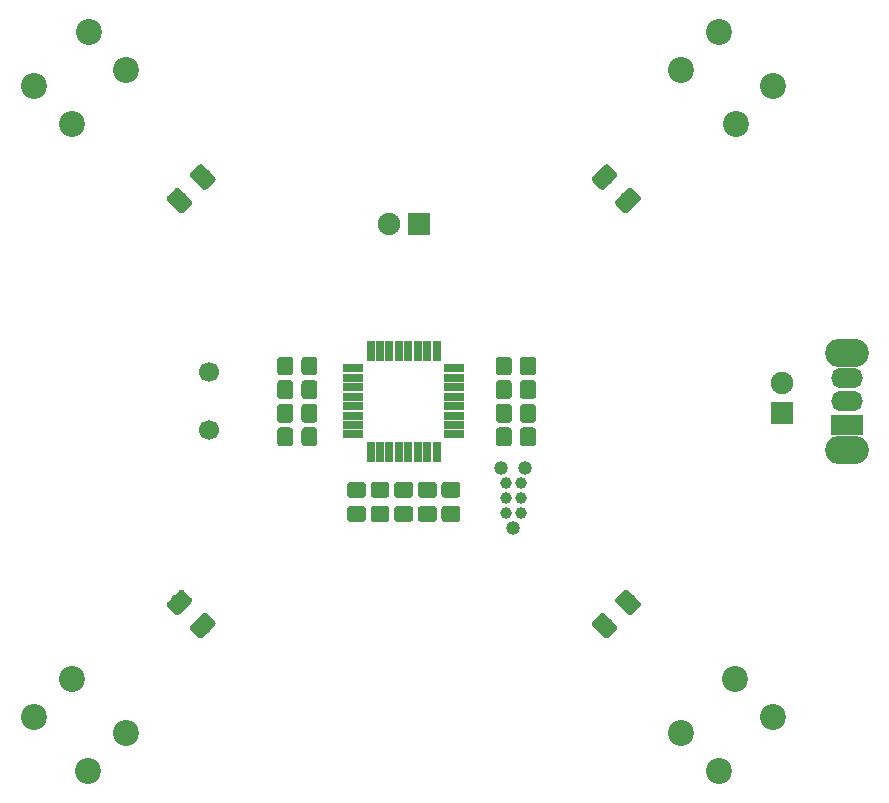
<source format=gbr>
G04 #@! TF.GenerationSoftware,KiCad,Pcbnew,(5.1.4)-1*
G04 #@! TF.CreationDate,2019-10-23T12:43:35-04:00*
G04 #@! TF.ProjectId,RepeatGame,52657065-6174-4476-916d-652e6b696361,A*
G04 #@! TF.SameCoordinates,Original*
G04 #@! TF.FileFunction,Soldermask,Top*
G04 #@! TF.FilePolarity,Negative*
%FSLAX46Y46*%
G04 Gerber Fmt 4.6, Leading zero omitted, Abs format (unit mm)*
G04 Created by KiCad (PCBNEW (5.1.4)-1) date 2019-10-23 12:43:35*
%MOMM*%
%LPD*%
G04 APERTURE LIST*
%ADD10O,3.700000X2.400000*%
%ADD11O,2.700000X1.700000*%
%ADD12R,2.700000X1.700000*%
%ADD13C,2.200000*%
%ADD14C,0.100000*%
%ADD15C,1.350000*%
%ADD16C,0.987400*%
%ADD17C,1.190600*%
%ADD18O,1.900000X1.900000*%
%ADD19R,1.900000X1.900000*%
%ADD20C,1.450000*%
%ADD21C,1.700000*%
%ADD22R,0.750000X1.800000*%
%ADD23R,1.800000X0.750000*%
G04 APERTURE END LIST*
D10*
X172500000Y-65900000D03*
X172500000Y-74100000D03*
D11*
X172500000Y-68000000D03*
X172500000Y-70000000D03*
D12*
X172500000Y-72000000D03*
D13*
X111496194Y-98096194D03*
X108314214Y-101278175D03*
X106900000Y-93500000D03*
X103718019Y-96681981D03*
X106903806Y-46496194D03*
X103721825Y-43314214D03*
X111500000Y-41900000D03*
X108318019Y-38718019D03*
X158503806Y-41903806D03*
X161685786Y-38721825D03*
X163100000Y-46500000D03*
X166281981Y-43318019D03*
X163096194Y-93503806D03*
X166278175Y-96685786D03*
X158500000Y-98100000D03*
X161681981Y-101281981D03*
D14*
G36*
X139535289Y-78851413D02*
G01*
X139563778Y-78855639D01*
X139591715Y-78862637D01*
X139618832Y-78872340D01*
X139644867Y-78884653D01*
X139669570Y-78899460D01*
X139692703Y-78916616D01*
X139714043Y-78935957D01*
X139733384Y-78957297D01*
X139750540Y-78980430D01*
X139765347Y-79005133D01*
X139777660Y-79031168D01*
X139787363Y-79058285D01*
X139794361Y-79086222D01*
X139798587Y-79114711D01*
X139800000Y-79143477D01*
X139800000Y-79906523D01*
X139798587Y-79935289D01*
X139794361Y-79963778D01*
X139787363Y-79991715D01*
X139777660Y-80018832D01*
X139765347Y-80044867D01*
X139750540Y-80069570D01*
X139733384Y-80092703D01*
X139714043Y-80114043D01*
X139692703Y-80133384D01*
X139669570Y-80150540D01*
X139644867Y-80165347D01*
X139618832Y-80177660D01*
X139591715Y-80187363D01*
X139563778Y-80194361D01*
X139535289Y-80198587D01*
X139506523Y-80200000D01*
X138493477Y-80200000D01*
X138464711Y-80198587D01*
X138436222Y-80194361D01*
X138408285Y-80187363D01*
X138381168Y-80177660D01*
X138355133Y-80165347D01*
X138330430Y-80150540D01*
X138307297Y-80133384D01*
X138285957Y-80114043D01*
X138266616Y-80092703D01*
X138249460Y-80069570D01*
X138234653Y-80044867D01*
X138222340Y-80018832D01*
X138212637Y-79991715D01*
X138205639Y-79963778D01*
X138201413Y-79935289D01*
X138200000Y-79906523D01*
X138200000Y-79143477D01*
X138201413Y-79114711D01*
X138205639Y-79086222D01*
X138212637Y-79058285D01*
X138222340Y-79031168D01*
X138234653Y-79005133D01*
X138249460Y-78980430D01*
X138266616Y-78957297D01*
X138285957Y-78935957D01*
X138307297Y-78916616D01*
X138330430Y-78899460D01*
X138355133Y-78884653D01*
X138381168Y-78872340D01*
X138408285Y-78862637D01*
X138436222Y-78855639D01*
X138464711Y-78851413D01*
X138493477Y-78850000D01*
X139506523Y-78850000D01*
X139535289Y-78851413D01*
X139535289Y-78851413D01*
G37*
D15*
X139000000Y-79525000D03*
D14*
G36*
X139535289Y-76801413D02*
G01*
X139563778Y-76805639D01*
X139591715Y-76812637D01*
X139618832Y-76822340D01*
X139644867Y-76834653D01*
X139669570Y-76849460D01*
X139692703Y-76866616D01*
X139714043Y-76885957D01*
X139733384Y-76907297D01*
X139750540Y-76930430D01*
X139765347Y-76955133D01*
X139777660Y-76981168D01*
X139787363Y-77008285D01*
X139794361Y-77036222D01*
X139798587Y-77064711D01*
X139800000Y-77093477D01*
X139800000Y-77856523D01*
X139798587Y-77885289D01*
X139794361Y-77913778D01*
X139787363Y-77941715D01*
X139777660Y-77968832D01*
X139765347Y-77994867D01*
X139750540Y-78019570D01*
X139733384Y-78042703D01*
X139714043Y-78064043D01*
X139692703Y-78083384D01*
X139669570Y-78100540D01*
X139644867Y-78115347D01*
X139618832Y-78127660D01*
X139591715Y-78137363D01*
X139563778Y-78144361D01*
X139535289Y-78148587D01*
X139506523Y-78150000D01*
X138493477Y-78150000D01*
X138464711Y-78148587D01*
X138436222Y-78144361D01*
X138408285Y-78137363D01*
X138381168Y-78127660D01*
X138355133Y-78115347D01*
X138330430Y-78100540D01*
X138307297Y-78083384D01*
X138285957Y-78064043D01*
X138266616Y-78042703D01*
X138249460Y-78019570D01*
X138234653Y-77994867D01*
X138222340Y-77968832D01*
X138212637Y-77941715D01*
X138205639Y-77913778D01*
X138201413Y-77885289D01*
X138200000Y-77856523D01*
X138200000Y-77093477D01*
X138201413Y-77064711D01*
X138205639Y-77036222D01*
X138212637Y-77008285D01*
X138222340Y-76981168D01*
X138234653Y-76955133D01*
X138249460Y-76930430D01*
X138266616Y-76907297D01*
X138285957Y-76885957D01*
X138307297Y-76866616D01*
X138330430Y-76849460D01*
X138355133Y-76834653D01*
X138381168Y-76822340D01*
X138408285Y-76812637D01*
X138436222Y-76805639D01*
X138464711Y-76801413D01*
X138493477Y-76800000D01*
X139506523Y-76800000D01*
X139535289Y-76801413D01*
X139535289Y-76801413D01*
G37*
D15*
X139000000Y-77475000D03*
D14*
G36*
X137535289Y-78851413D02*
G01*
X137563778Y-78855639D01*
X137591715Y-78862637D01*
X137618832Y-78872340D01*
X137644867Y-78884653D01*
X137669570Y-78899460D01*
X137692703Y-78916616D01*
X137714043Y-78935957D01*
X137733384Y-78957297D01*
X137750540Y-78980430D01*
X137765347Y-79005133D01*
X137777660Y-79031168D01*
X137787363Y-79058285D01*
X137794361Y-79086222D01*
X137798587Y-79114711D01*
X137800000Y-79143477D01*
X137800000Y-79906523D01*
X137798587Y-79935289D01*
X137794361Y-79963778D01*
X137787363Y-79991715D01*
X137777660Y-80018832D01*
X137765347Y-80044867D01*
X137750540Y-80069570D01*
X137733384Y-80092703D01*
X137714043Y-80114043D01*
X137692703Y-80133384D01*
X137669570Y-80150540D01*
X137644867Y-80165347D01*
X137618832Y-80177660D01*
X137591715Y-80187363D01*
X137563778Y-80194361D01*
X137535289Y-80198587D01*
X137506523Y-80200000D01*
X136493477Y-80200000D01*
X136464711Y-80198587D01*
X136436222Y-80194361D01*
X136408285Y-80187363D01*
X136381168Y-80177660D01*
X136355133Y-80165347D01*
X136330430Y-80150540D01*
X136307297Y-80133384D01*
X136285957Y-80114043D01*
X136266616Y-80092703D01*
X136249460Y-80069570D01*
X136234653Y-80044867D01*
X136222340Y-80018832D01*
X136212637Y-79991715D01*
X136205639Y-79963778D01*
X136201413Y-79935289D01*
X136200000Y-79906523D01*
X136200000Y-79143477D01*
X136201413Y-79114711D01*
X136205639Y-79086222D01*
X136212637Y-79058285D01*
X136222340Y-79031168D01*
X136234653Y-79005133D01*
X136249460Y-78980430D01*
X136266616Y-78957297D01*
X136285957Y-78935957D01*
X136307297Y-78916616D01*
X136330430Y-78899460D01*
X136355133Y-78884653D01*
X136381168Y-78872340D01*
X136408285Y-78862637D01*
X136436222Y-78855639D01*
X136464711Y-78851413D01*
X136493477Y-78850000D01*
X137506523Y-78850000D01*
X137535289Y-78851413D01*
X137535289Y-78851413D01*
G37*
D15*
X137000000Y-79525000D03*
D14*
G36*
X137535289Y-76801413D02*
G01*
X137563778Y-76805639D01*
X137591715Y-76812637D01*
X137618832Y-76822340D01*
X137644867Y-76834653D01*
X137669570Y-76849460D01*
X137692703Y-76866616D01*
X137714043Y-76885957D01*
X137733384Y-76907297D01*
X137750540Y-76930430D01*
X137765347Y-76955133D01*
X137777660Y-76981168D01*
X137787363Y-77008285D01*
X137794361Y-77036222D01*
X137798587Y-77064711D01*
X137800000Y-77093477D01*
X137800000Y-77856523D01*
X137798587Y-77885289D01*
X137794361Y-77913778D01*
X137787363Y-77941715D01*
X137777660Y-77968832D01*
X137765347Y-77994867D01*
X137750540Y-78019570D01*
X137733384Y-78042703D01*
X137714043Y-78064043D01*
X137692703Y-78083384D01*
X137669570Y-78100540D01*
X137644867Y-78115347D01*
X137618832Y-78127660D01*
X137591715Y-78137363D01*
X137563778Y-78144361D01*
X137535289Y-78148587D01*
X137506523Y-78150000D01*
X136493477Y-78150000D01*
X136464711Y-78148587D01*
X136436222Y-78144361D01*
X136408285Y-78137363D01*
X136381168Y-78127660D01*
X136355133Y-78115347D01*
X136330430Y-78100540D01*
X136307297Y-78083384D01*
X136285957Y-78064043D01*
X136266616Y-78042703D01*
X136249460Y-78019570D01*
X136234653Y-77994867D01*
X136222340Y-77968832D01*
X136212637Y-77941715D01*
X136205639Y-77913778D01*
X136201413Y-77885289D01*
X136200000Y-77856523D01*
X136200000Y-77093477D01*
X136201413Y-77064711D01*
X136205639Y-77036222D01*
X136212637Y-77008285D01*
X136222340Y-76981168D01*
X136234653Y-76955133D01*
X136249460Y-76930430D01*
X136266616Y-76907297D01*
X136285957Y-76885957D01*
X136307297Y-76866616D01*
X136330430Y-76849460D01*
X136355133Y-76834653D01*
X136381168Y-76822340D01*
X136408285Y-76812637D01*
X136436222Y-76805639D01*
X136464711Y-76801413D01*
X136493477Y-76800000D01*
X137506523Y-76800000D01*
X137535289Y-76801413D01*
X137535289Y-76801413D01*
G37*
D15*
X137000000Y-77475000D03*
D14*
G36*
X135535289Y-78851413D02*
G01*
X135563778Y-78855639D01*
X135591715Y-78862637D01*
X135618832Y-78872340D01*
X135644867Y-78884653D01*
X135669570Y-78899460D01*
X135692703Y-78916616D01*
X135714043Y-78935957D01*
X135733384Y-78957297D01*
X135750540Y-78980430D01*
X135765347Y-79005133D01*
X135777660Y-79031168D01*
X135787363Y-79058285D01*
X135794361Y-79086222D01*
X135798587Y-79114711D01*
X135800000Y-79143477D01*
X135800000Y-79906523D01*
X135798587Y-79935289D01*
X135794361Y-79963778D01*
X135787363Y-79991715D01*
X135777660Y-80018832D01*
X135765347Y-80044867D01*
X135750540Y-80069570D01*
X135733384Y-80092703D01*
X135714043Y-80114043D01*
X135692703Y-80133384D01*
X135669570Y-80150540D01*
X135644867Y-80165347D01*
X135618832Y-80177660D01*
X135591715Y-80187363D01*
X135563778Y-80194361D01*
X135535289Y-80198587D01*
X135506523Y-80200000D01*
X134493477Y-80200000D01*
X134464711Y-80198587D01*
X134436222Y-80194361D01*
X134408285Y-80187363D01*
X134381168Y-80177660D01*
X134355133Y-80165347D01*
X134330430Y-80150540D01*
X134307297Y-80133384D01*
X134285957Y-80114043D01*
X134266616Y-80092703D01*
X134249460Y-80069570D01*
X134234653Y-80044867D01*
X134222340Y-80018832D01*
X134212637Y-79991715D01*
X134205639Y-79963778D01*
X134201413Y-79935289D01*
X134200000Y-79906523D01*
X134200000Y-79143477D01*
X134201413Y-79114711D01*
X134205639Y-79086222D01*
X134212637Y-79058285D01*
X134222340Y-79031168D01*
X134234653Y-79005133D01*
X134249460Y-78980430D01*
X134266616Y-78957297D01*
X134285957Y-78935957D01*
X134307297Y-78916616D01*
X134330430Y-78899460D01*
X134355133Y-78884653D01*
X134381168Y-78872340D01*
X134408285Y-78862637D01*
X134436222Y-78855639D01*
X134464711Y-78851413D01*
X134493477Y-78850000D01*
X135506523Y-78850000D01*
X135535289Y-78851413D01*
X135535289Y-78851413D01*
G37*
D15*
X135000000Y-79525000D03*
D14*
G36*
X135535289Y-76801413D02*
G01*
X135563778Y-76805639D01*
X135591715Y-76812637D01*
X135618832Y-76822340D01*
X135644867Y-76834653D01*
X135669570Y-76849460D01*
X135692703Y-76866616D01*
X135714043Y-76885957D01*
X135733384Y-76907297D01*
X135750540Y-76930430D01*
X135765347Y-76955133D01*
X135777660Y-76981168D01*
X135787363Y-77008285D01*
X135794361Y-77036222D01*
X135798587Y-77064711D01*
X135800000Y-77093477D01*
X135800000Y-77856523D01*
X135798587Y-77885289D01*
X135794361Y-77913778D01*
X135787363Y-77941715D01*
X135777660Y-77968832D01*
X135765347Y-77994867D01*
X135750540Y-78019570D01*
X135733384Y-78042703D01*
X135714043Y-78064043D01*
X135692703Y-78083384D01*
X135669570Y-78100540D01*
X135644867Y-78115347D01*
X135618832Y-78127660D01*
X135591715Y-78137363D01*
X135563778Y-78144361D01*
X135535289Y-78148587D01*
X135506523Y-78150000D01*
X134493477Y-78150000D01*
X134464711Y-78148587D01*
X134436222Y-78144361D01*
X134408285Y-78137363D01*
X134381168Y-78127660D01*
X134355133Y-78115347D01*
X134330430Y-78100540D01*
X134307297Y-78083384D01*
X134285957Y-78064043D01*
X134266616Y-78042703D01*
X134249460Y-78019570D01*
X134234653Y-77994867D01*
X134222340Y-77968832D01*
X134212637Y-77941715D01*
X134205639Y-77913778D01*
X134201413Y-77885289D01*
X134200000Y-77856523D01*
X134200000Y-77093477D01*
X134201413Y-77064711D01*
X134205639Y-77036222D01*
X134212637Y-77008285D01*
X134222340Y-76981168D01*
X134234653Y-76955133D01*
X134249460Y-76930430D01*
X134266616Y-76907297D01*
X134285957Y-76885957D01*
X134307297Y-76866616D01*
X134330430Y-76849460D01*
X134355133Y-76834653D01*
X134381168Y-76822340D01*
X134408285Y-76812637D01*
X134436222Y-76805639D01*
X134464711Y-76801413D01*
X134493477Y-76800000D01*
X135506523Y-76800000D01*
X135535289Y-76801413D01*
X135535289Y-76801413D01*
G37*
D15*
X135000000Y-77475000D03*
D14*
G36*
X133535289Y-78851413D02*
G01*
X133563778Y-78855639D01*
X133591715Y-78862637D01*
X133618832Y-78872340D01*
X133644867Y-78884653D01*
X133669570Y-78899460D01*
X133692703Y-78916616D01*
X133714043Y-78935957D01*
X133733384Y-78957297D01*
X133750540Y-78980430D01*
X133765347Y-79005133D01*
X133777660Y-79031168D01*
X133787363Y-79058285D01*
X133794361Y-79086222D01*
X133798587Y-79114711D01*
X133800000Y-79143477D01*
X133800000Y-79906523D01*
X133798587Y-79935289D01*
X133794361Y-79963778D01*
X133787363Y-79991715D01*
X133777660Y-80018832D01*
X133765347Y-80044867D01*
X133750540Y-80069570D01*
X133733384Y-80092703D01*
X133714043Y-80114043D01*
X133692703Y-80133384D01*
X133669570Y-80150540D01*
X133644867Y-80165347D01*
X133618832Y-80177660D01*
X133591715Y-80187363D01*
X133563778Y-80194361D01*
X133535289Y-80198587D01*
X133506523Y-80200000D01*
X132493477Y-80200000D01*
X132464711Y-80198587D01*
X132436222Y-80194361D01*
X132408285Y-80187363D01*
X132381168Y-80177660D01*
X132355133Y-80165347D01*
X132330430Y-80150540D01*
X132307297Y-80133384D01*
X132285957Y-80114043D01*
X132266616Y-80092703D01*
X132249460Y-80069570D01*
X132234653Y-80044867D01*
X132222340Y-80018832D01*
X132212637Y-79991715D01*
X132205639Y-79963778D01*
X132201413Y-79935289D01*
X132200000Y-79906523D01*
X132200000Y-79143477D01*
X132201413Y-79114711D01*
X132205639Y-79086222D01*
X132212637Y-79058285D01*
X132222340Y-79031168D01*
X132234653Y-79005133D01*
X132249460Y-78980430D01*
X132266616Y-78957297D01*
X132285957Y-78935957D01*
X132307297Y-78916616D01*
X132330430Y-78899460D01*
X132355133Y-78884653D01*
X132381168Y-78872340D01*
X132408285Y-78862637D01*
X132436222Y-78855639D01*
X132464711Y-78851413D01*
X132493477Y-78850000D01*
X133506523Y-78850000D01*
X133535289Y-78851413D01*
X133535289Y-78851413D01*
G37*
D15*
X133000000Y-79525000D03*
D14*
G36*
X133535289Y-76801413D02*
G01*
X133563778Y-76805639D01*
X133591715Y-76812637D01*
X133618832Y-76822340D01*
X133644867Y-76834653D01*
X133669570Y-76849460D01*
X133692703Y-76866616D01*
X133714043Y-76885957D01*
X133733384Y-76907297D01*
X133750540Y-76930430D01*
X133765347Y-76955133D01*
X133777660Y-76981168D01*
X133787363Y-77008285D01*
X133794361Y-77036222D01*
X133798587Y-77064711D01*
X133800000Y-77093477D01*
X133800000Y-77856523D01*
X133798587Y-77885289D01*
X133794361Y-77913778D01*
X133787363Y-77941715D01*
X133777660Y-77968832D01*
X133765347Y-77994867D01*
X133750540Y-78019570D01*
X133733384Y-78042703D01*
X133714043Y-78064043D01*
X133692703Y-78083384D01*
X133669570Y-78100540D01*
X133644867Y-78115347D01*
X133618832Y-78127660D01*
X133591715Y-78137363D01*
X133563778Y-78144361D01*
X133535289Y-78148587D01*
X133506523Y-78150000D01*
X132493477Y-78150000D01*
X132464711Y-78148587D01*
X132436222Y-78144361D01*
X132408285Y-78137363D01*
X132381168Y-78127660D01*
X132355133Y-78115347D01*
X132330430Y-78100540D01*
X132307297Y-78083384D01*
X132285957Y-78064043D01*
X132266616Y-78042703D01*
X132249460Y-78019570D01*
X132234653Y-77994867D01*
X132222340Y-77968832D01*
X132212637Y-77941715D01*
X132205639Y-77913778D01*
X132201413Y-77885289D01*
X132200000Y-77856523D01*
X132200000Y-77093477D01*
X132201413Y-77064711D01*
X132205639Y-77036222D01*
X132212637Y-77008285D01*
X132222340Y-76981168D01*
X132234653Y-76955133D01*
X132249460Y-76930430D01*
X132266616Y-76907297D01*
X132285957Y-76885957D01*
X132307297Y-76866616D01*
X132330430Y-76849460D01*
X132355133Y-76834653D01*
X132381168Y-76822340D01*
X132408285Y-76812637D01*
X132436222Y-76805639D01*
X132464711Y-76801413D01*
X132493477Y-76800000D01*
X133506523Y-76800000D01*
X133535289Y-76801413D01*
X133535289Y-76801413D01*
G37*
D15*
X133000000Y-77475000D03*
D16*
X143665000Y-76930000D03*
X144935000Y-76930000D03*
X143665000Y-78200000D03*
X144935000Y-78200000D03*
X143665000Y-79470000D03*
X144935000Y-79470000D03*
D17*
X144300000Y-80740000D03*
X145316000Y-75660000D03*
X143284000Y-75660000D03*
D18*
X167000000Y-68460000D03*
D19*
X167000000Y-71000000D03*
D14*
G36*
X118195151Y-87909385D02*
G01*
X118223302Y-87913561D01*
X118250909Y-87920476D01*
X118277704Y-87930064D01*
X118303431Y-87942232D01*
X118327841Y-87956863D01*
X118350700Y-87973816D01*
X118371787Y-87992928D01*
X118986970Y-88608111D01*
X119006082Y-88629198D01*
X119023035Y-88652057D01*
X119037666Y-88676467D01*
X119049834Y-88702194D01*
X119059422Y-88728989D01*
X119066337Y-88756596D01*
X119070513Y-88784747D01*
X119071909Y-88813172D01*
X119070513Y-88841597D01*
X119066337Y-88869748D01*
X119059422Y-88897355D01*
X119049834Y-88924150D01*
X119037666Y-88949877D01*
X119023035Y-88974287D01*
X119006082Y-88997146D01*
X118986970Y-89018233D01*
X118018233Y-89986970D01*
X117997146Y-90006082D01*
X117974287Y-90023035D01*
X117949877Y-90037666D01*
X117924150Y-90049834D01*
X117897355Y-90059422D01*
X117869748Y-90066337D01*
X117841597Y-90070513D01*
X117813172Y-90071909D01*
X117784747Y-90070513D01*
X117756596Y-90066337D01*
X117728989Y-90059422D01*
X117702194Y-90049834D01*
X117676467Y-90037666D01*
X117652057Y-90023035D01*
X117629198Y-90006082D01*
X117608111Y-89986970D01*
X116992928Y-89371787D01*
X116973816Y-89350700D01*
X116956863Y-89327841D01*
X116942232Y-89303431D01*
X116930064Y-89277704D01*
X116920476Y-89250909D01*
X116913561Y-89223302D01*
X116909385Y-89195151D01*
X116907989Y-89166726D01*
X116909385Y-89138301D01*
X116913561Y-89110150D01*
X116920476Y-89082543D01*
X116930064Y-89055748D01*
X116942232Y-89030021D01*
X116956863Y-89005611D01*
X116973816Y-88982752D01*
X116992928Y-88961665D01*
X117961665Y-87992928D01*
X117982752Y-87973816D01*
X118005611Y-87956863D01*
X118030021Y-87942232D01*
X118055748Y-87930064D01*
X118082543Y-87920476D01*
X118110150Y-87913561D01*
X118138301Y-87909385D01*
X118166726Y-87907989D01*
X118195151Y-87909385D01*
X118195151Y-87909385D01*
G37*
D20*
X117989949Y-88989949D03*
D14*
G36*
X116215253Y-85929487D02*
G01*
X116243404Y-85933663D01*
X116271011Y-85940578D01*
X116297806Y-85950166D01*
X116323533Y-85962334D01*
X116347943Y-85976965D01*
X116370802Y-85993918D01*
X116391889Y-86013030D01*
X117007072Y-86628213D01*
X117026184Y-86649300D01*
X117043137Y-86672159D01*
X117057768Y-86696569D01*
X117069936Y-86722296D01*
X117079524Y-86749091D01*
X117086439Y-86776698D01*
X117090615Y-86804849D01*
X117092011Y-86833274D01*
X117090615Y-86861699D01*
X117086439Y-86889850D01*
X117079524Y-86917457D01*
X117069936Y-86944252D01*
X117057768Y-86969979D01*
X117043137Y-86994389D01*
X117026184Y-87017248D01*
X117007072Y-87038335D01*
X116038335Y-88007072D01*
X116017248Y-88026184D01*
X115994389Y-88043137D01*
X115969979Y-88057768D01*
X115944252Y-88069936D01*
X115917457Y-88079524D01*
X115889850Y-88086439D01*
X115861699Y-88090615D01*
X115833274Y-88092011D01*
X115804849Y-88090615D01*
X115776698Y-88086439D01*
X115749091Y-88079524D01*
X115722296Y-88069936D01*
X115696569Y-88057768D01*
X115672159Y-88043137D01*
X115649300Y-88026184D01*
X115628213Y-88007072D01*
X115013030Y-87391889D01*
X114993918Y-87370802D01*
X114976965Y-87347943D01*
X114962334Y-87323533D01*
X114950166Y-87297806D01*
X114940578Y-87271011D01*
X114933663Y-87243404D01*
X114929487Y-87215253D01*
X114928091Y-87186828D01*
X114929487Y-87158403D01*
X114933663Y-87130252D01*
X114940578Y-87102645D01*
X114950166Y-87075850D01*
X114962334Y-87050123D01*
X114976965Y-87025713D01*
X114993918Y-87002854D01*
X115013030Y-86981767D01*
X115981767Y-86013030D01*
X116002854Y-85993918D01*
X116025713Y-85976965D01*
X116050123Y-85962334D01*
X116075850Y-85950166D01*
X116102645Y-85940578D01*
X116130252Y-85933663D01*
X116158403Y-85929487D01*
X116186828Y-85928091D01*
X116215253Y-85929487D01*
X116215253Y-85929487D01*
G37*
D20*
X116010051Y-87010051D03*
D14*
G36*
X115861699Y-51909385D02*
G01*
X115889850Y-51913561D01*
X115917457Y-51920476D01*
X115944252Y-51930064D01*
X115969979Y-51942232D01*
X115994389Y-51956863D01*
X116017248Y-51973816D01*
X116038335Y-51992928D01*
X117007072Y-52961665D01*
X117026184Y-52982752D01*
X117043137Y-53005611D01*
X117057768Y-53030021D01*
X117069936Y-53055748D01*
X117079524Y-53082543D01*
X117086439Y-53110150D01*
X117090615Y-53138301D01*
X117092011Y-53166726D01*
X117090615Y-53195151D01*
X117086439Y-53223302D01*
X117079524Y-53250909D01*
X117069936Y-53277704D01*
X117057768Y-53303431D01*
X117043137Y-53327841D01*
X117026184Y-53350700D01*
X117007072Y-53371787D01*
X116391889Y-53986970D01*
X116370802Y-54006082D01*
X116347943Y-54023035D01*
X116323533Y-54037666D01*
X116297806Y-54049834D01*
X116271011Y-54059422D01*
X116243404Y-54066337D01*
X116215253Y-54070513D01*
X116186828Y-54071909D01*
X116158403Y-54070513D01*
X116130252Y-54066337D01*
X116102645Y-54059422D01*
X116075850Y-54049834D01*
X116050123Y-54037666D01*
X116025713Y-54023035D01*
X116002854Y-54006082D01*
X115981767Y-53986970D01*
X115013030Y-53018233D01*
X114993918Y-52997146D01*
X114976965Y-52974287D01*
X114962334Y-52949877D01*
X114950166Y-52924150D01*
X114940578Y-52897355D01*
X114933663Y-52869748D01*
X114929487Y-52841597D01*
X114928091Y-52813172D01*
X114929487Y-52784747D01*
X114933663Y-52756596D01*
X114940578Y-52728989D01*
X114950166Y-52702194D01*
X114962334Y-52676467D01*
X114976965Y-52652057D01*
X114993918Y-52629198D01*
X115013030Y-52608111D01*
X115628213Y-51992928D01*
X115649300Y-51973816D01*
X115672159Y-51956863D01*
X115696569Y-51942232D01*
X115722296Y-51930064D01*
X115749091Y-51920476D01*
X115776698Y-51913561D01*
X115804849Y-51909385D01*
X115833274Y-51907989D01*
X115861699Y-51909385D01*
X115861699Y-51909385D01*
G37*
D20*
X116010051Y-52989949D03*
D14*
G36*
X117841597Y-49929487D02*
G01*
X117869748Y-49933663D01*
X117897355Y-49940578D01*
X117924150Y-49950166D01*
X117949877Y-49962334D01*
X117974287Y-49976965D01*
X117997146Y-49993918D01*
X118018233Y-50013030D01*
X118986970Y-50981767D01*
X119006082Y-51002854D01*
X119023035Y-51025713D01*
X119037666Y-51050123D01*
X119049834Y-51075850D01*
X119059422Y-51102645D01*
X119066337Y-51130252D01*
X119070513Y-51158403D01*
X119071909Y-51186828D01*
X119070513Y-51215253D01*
X119066337Y-51243404D01*
X119059422Y-51271011D01*
X119049834Y-51297806D01*
X119037666Y-51323533D01*
X119023035Y-51347943D01*
X119006082Y-51370802D01*
X118986970Y-51391889D01*
X118371787Y-52007072D01*
X118350700Y-52026184D01*
X118327841Y-52043137D01*
X118303431Y-52057768D01*
X118277704Y-52069936D01*
X118250909Y-52079524D01*
X118223302Y-52086439D01*
X118195151Y-52090615D01*
X118166726Y-52092011D01*
X118138301Y-52090615D01*
X118110150Y-52086439D01*
X118082543Y-52079524D01*
X118055748Y-52069936D01*
X118030021Y-52057768D01*
X118005611Y-52043137D01*
X117982752Y-52026184D01*
X117961665Y-52007072D01*
X116992928Y-51038335D01*
X116973816Y-51017248D01*
X116956863Y-50994389D01*
X116942232Y-50969979D01*
X116930064Y-50944252D01*
X116920476Y-50917457D01*
X116913561Y-50889850D01*
X116909385Y-50861699D01*
X116907989Y-50833274D01*
X116909385Y-50804849D01*
X116913561Y-50776698D01*
X116920476Y-50749091D01*
X116930064Y-50722296D01*
X116942232Y-50696569D01*
X116956863Y-50672159D01*
X116973816Y-50649300D01*
X116992928Y-50628213D01*
X117608111Y-50013030D01*
X117629198Y-49993918D01*
X117652057Y-49976965D01*
X117676467Y-49962334D01*
X117702194Y-49950166D01*
X117728989Y-49940578D01*
X117756596Y-49933663D01*
X117784747Y-49929487D01*
X117813172Y-49928091D01*
X117841597Y-49929487D01*
X117841597Y-49929487D01*
G37*
D20*
X117989949Y-51010051D03*
D14*
G36*
X152215253Y-49929487D02*
G01*
X152243404Y-49933663D01*
X152271011Y-49940578D01*
X152297806Y-49950166D01*
X152323533Y-49962334D01*
X152347943Y-49976965D01*
X152370802Y-49993918D01*
X152391889Y-50013030D01*
X153007072Y-50628213D01*
X153026184Y-50649300D01*
X153043137Y-50672159D01*
X153057768Y-50696569D01*
X153069936Y-50722296D01*
X153079524Y-50749091D01*
X153086439Y-50776698D01*
X153090615Y-50804849D01*
X153092011Y-50833274D01*
X153090615Y-50861699D01*
X153086439Y-50889850D01*
X153079524Y-50917457D01*
X153069936Y-50944252D01*
X153057768Y-50969979D01*
X153043137Y-50994389D01*
X153026184Y-51017248D01*
X153007072Y-51038335D01*
X152038335Y-52007072D01*
X152017248Y-52026184D01*
X151994389Y-52043137D01*
X151969979Y-52057768D01*
X151944252Y-52069936D01*
X151917457Y-52079524D01*
X151889850Y-52086439D01*
X151861699Y-52090615D01*
X151833274Y-52092011D01*
X151804849Y-52090615D01*
X151776698Y-52086439D01*
X151749091Y-52079524D01*
X151722296Y-52069936D01*
X151696569Y-52057768D01*
X151672159Y-52043137D01*
X151649300Y-52026184D01*
X151628213Y-52007072D01*
X151013030Y-51391889D01*
X150993918Y-51370802D01*
X150976965Y-51347943D01*
X150962334Y-51323533D01*
X150950166Y-51297806D01*
X150940578Y-51271011D01*
X150933663Y-51243404D01*
X150929487Y-51215253D01*
X150928091Y-51186828D01*
X150929487Y-51158403D01*
X150933663Y-51130252D01*
X150940578Y-51102645D01*
X150950166Y-51075850D01*
X150962334Y-51050123D01*
X150976965Y-51025713D01*
X150993918Y-51002854D01*
X151013030Y-50981767D01*
X151981767Y-50013030D01*
X152002854Y-49993918D01*
X152025713Y-49976965D01*
X152050123Y-49962334D01*
X152075850Y-49950166D01*
X152102645Y-49940578D01*
X152130252Y-49933663D01*
X152158403Y-49929487D01*
X152186828Y-49928091D01*
X152215253Y-49929487D01*
X152215253Y-49929487D01*
G37*
D20*
X152010051Y-51010051D03*
D14*
G36*
X154195151Y-51909385D02*
G01*
X154223302Y-51913561D01*
X154250909Y-51920476D01*
X154277704Y-51930064D01*
X154303431Y-51942232D01*
X154327841Y-51956863D01*
X154350700Y-51973816D01*
X154371787Y-51992928D01*
X154986970Y-52608111D01*
X155006082Y-52629198D01*
X155023035Y-52652057D01*
X155037666Y-52676467D01*
X155049834Y-52702194D01*
X155059422Y-52728989D01*
X155066337Y-52756596D01*
X155070513Y-52784747D01*
X155071909Y-52813172D01*
X155070513Y-52841597D01*
X155066337Y-52869748D01*
X155059422Y-52897355D01*
X155049834Y-52924150D01*
X155037666Y-52949877D01*
X155023035Y-52974287D01*
X155006082Y-52997146D01*
X154986970Y-53018233D01*
X154018233Y-53986970D01*
X153997146Y-54006082D01*
X153974287Y-54023035D01*
X153949877Y-54037666D01*
X153924150Y-54049834D01*
X153897355Y-54059422D01*
X153869748Y-54066337D01*
X153841597Y-54070513D01*
X153813172Y-54071909D01*
X153784747Y-54070513D01*
X153756596Y-54066337D01*
X153728989Y-54059422D01*
X153702194Y-54049834D01*
X153676467Y-54037666D01*
X153652057Y-54023035D01*
X153629198Y-54006082D01*
X153608111Y-53986970D01*
X152992928Y-53371787D01*
X152973816Y-53350700D01*
X152956863Y-53327841D01*
X152942232Y-53303431D01*
X152930064Y-53277704D01*
X152920476Y-53250909D01*
X152913561Y-53223302D01*
X152909385Y-53195151D01*
X152907989Y-53166726D01*
X152909385Y-53138301D01*
X152913561Y-53110150D01*
X152920476Y-53082543D01*
X152930064Y-53055748D01*
X152942232Y-53030021D01*
X152956863Y-53005611D01*
X152973816Y-52982752D01*
X152992928Y-52961665D01*
X153961665Y-51992928D01*
X153982752Y-51973816D01*
X154005611Y-51956863D01*
X154030021Y-51942232D01*
X154055748Y-51930064D01*
X154082543Y-51920476D01*
X154110150Y-51913561D01*
X154138301Y-51909385D01*
X154166726Y-51907989D01*
X154195151Y-51909385D01*
X154195151Y-51909385D01*
G37*
D20*
X153989949Y-52989949D03*
D14*
G36*
X153841597Y-85929487D02*
G01*
X153869748Y-85933663D01*
X153897355Y-85940578D01*
X153924150Y-85950166D01*
X153949877Y-85962334D01*
X153974287Y-85976965D01*
X153997146Y-85993918D01*
X154018233Y-86013030D01*
X154986970Y-86981767D01*
X155006082Y-87002854D01*
X155023035Y-87025713D01*
X155037666Y-87050123D01*
X155049834Y-87075850D01*
X155059422Y-87102645D01*
X155066337Y-87130252D01*
X155070513Y-87158403D01*
X155071909Y-87186828D01*
X155070513Y-87215253D01*
X155066337Y-87243404D01*
X155059422Y-87271011D01*
X155049834Y-87297806D01*
X155037666Y-87323533D01*
X155023035Y-87347943D01*
X155006082Y-87370802D01*
X154986970Y-87391889D01*
X154371787Y-88007072D01*
X154350700Y-88026184D01*
X154327841Y-88043137D01*
X154303431Y-88057768D01*
X154277704Y-88069936D01*
X154250909Y-88079524D01*
X154223302Y-88086439D01*
X154195151Y-88090615D01*
X154166726Y-88092011D01*
X154138301Y-88090615D01*
X154110150Y-88086439D01*
X154082543Y-88079524D01*
X154055748Y-88069936D01*
X154030021Y-88057768D01*
X154005611Y-88043137D01*
X153982752Y-88026184D01*
X153961665Y-88007072D01*
X152992928Y-87038335D01*
X152973816Y-87017248D01*
X152956863Y-86994389D01*
X152942232Y-86969979D01*
X152930064Y-86944252D01*
X152920476Y-86917457D01*
X152913561Y-86889850D01*
X152909385Y-86861699D01*
X152907989Y-86833274D01*
X152909385Y-86804849D01*
X152913561Y-86776698D01*
X152920476Y-86749091D01*
X152930064Y-86722296D01*
X152942232Y-86696569D01*
X152956863Y-86672159D01*
X152973816Y-86649300D01*
X152992928Y-86628213D01*
X153608111Y-86013030D01*
X153629198Y-85993918D01*
X153652057Y-85976965D01*
X153676467Y-85962334D01*
X153702194Y-85950166D01*
X153728989Y-85940578D01*
X153756596Y-85933663D01*
X153784747Y-85929487D01*
X153813172Y-85928091D01*
X153841597Y-85929487D01*
X153841597Y-85929487D01*
G37*
D20*
X153989949Y-87010051D03*
D14*
G36*
X151861699Y-87909385D02*
G01*
X151889850Y-87913561D01*
X151917457Y-87920476D01*
X151944252Y-87930064D01*
X151969979Y-87942232D01*
X151994389Y-87956863D01*
X152017248Y-87973816D01*
X152038335Y-87992928D01*
X153007072Y-88961665D01*
X153026184Y-88982752D01*
X153043137Y-89005611D01*
X153057768Y-89030021D01*
X153069936Y-89055748D01*
X153079524Y-89082543D01*
X153086439Y-89110150D01*
X153090615Y-89138301D01*
X153092011Y-89166726D01*
X153090615Y-89195151D01*
X153086439Y-89223302D01*
X153079524Y-89250909D01*
X153069936Y-89277704D01*
X153057768Y-89303431D01*
X153043137Y-89327841D01*
X153026184Y-89350700D01*
X153007072Y-89371787D01*
X152391889Y-89986970D01*
X152370802Y-90006082D01*
X152347943Y-90023035D01*
X152323533Y-90037666D01*
X152297806Y-90049834D01*
X152271011Y-90059422D01*
X152243404Y-90066337D01*
X152215253Y-90070513D01*
X152186828Y-90071909D01*
X152158403Y-90070513D01*
X152130252Y-90066337D01*
X152102645Y-90059422D01*
X152075850Y-90049834D01*
X152050123Y-90037666D01*
X152025713Y-90023035D01*
X152002854Y-90006082D01*
X151981767Y-89986970D01*
X151013030Y-89018233D01*
X150993918Y-88997146D01*
X150976965Y-88974287D01*
X150962334Y-88949877D01*
X150950166Y-88924150D01*
X150940578Y-88897355D01*
X150933663Y-88869748D01*
X150929487Y-88841597D01*
X150928091Y-88813172D01*
X150929487Y-88784747D01*
X150933663Y-88756596D01*
X150940578Y-88728989D01*
X150950166Y-88702194D01*
X150962334Y-88676467D01*
X150976965Y-88652057D01*
X150993918Y-88629198D01*
X151013030Y-88608111D01*
X151628213Y-87992928D01*
X151649300Y-87973816D01*
X151672159Y-87956863D01*
X151696569Y-87942232D01*
X151722296Y-87930064D01*
X151749091Y-87920476D01*
X151776698Y-87913561D01*
X151804849Y-87909385D01*
X151833274Y-87907989D01*
X151861699Y-87909385D01*
X151861699Y-87909385D01*
G37*
D20*
X152010051Y-88989949D03*
D21*
X118500000Y-72380000D03*
X118500000Y-67500000D03*
D22*
X132200000Y-65750000D03*
X133000000Y-65750000D03*
X133800000Y-65750000D03*
X134600000Y-65750000D03*
X135400000Y-65750000D03*
X136200000Y-65750000D03*
X137000000Y-65750000D03*
X137800000Y-65750000D03*
D23*
X139250000Y-67200000D03*
X139250000Y-68000000D03*
X139250000Y-68800000D03*
X139250000Y-69600000D03*
X139250000Y-70400000D03*
X139250000Y-71200000D03*
X139250000Y-72000000D03*
X139250000Y-72800000D03*
D22*
X137800000Y-74250000D03*
X137000000Y-74250000D03*
X136200000Y-74250000D03*
X135400000Y-74250000D03*
X134600000Y-74250000D03*
X133800000Y-74250000D03*
X133000000Y-74250000D03*
X132200000Y-74250000D03*
D23*
X130750000Y-72800000D03*
X130750000Y-72000000D03*
X130750000Y-71200000D03*
X130750000Y-70400000D03*
X130750000Y-69600000D03*
X130750000Y-68800000D03*
X130750000Y-68000000D03*
X130750000Y-67200000D03*
D14*
G36*
X131535289Y-78851413D02*
G01*
X131563778Y-78855639D01*
X131591715Y-78862637D01*
X131618832Y-78872340D01*
X131644867Y-78884653D01*
X131669570Y-78899460D01*
X131692703Y-78916616D01*
X131714043Y-78935957D01*
X131733384Y-78957297D01*
X131750540Y-78980430D01*
X131765347Y-79005133D01*
X131777660Y-79031168D01*
X131787363Y-79058285D01*
X131794361Y-79086222D01*
X131798587Y-79114711D01*
X131800000Y-79143477D01*
X131800000Y-79906523D01*
X131798587Y-79935289D01*
X131794361Y-79963778D01*
X131787363Y-79991715D01*
X131777660Y-80018832D01*
X131765347Y-80044867D01*
X131750540Y-80069570D01*
X131733384Y-80092703D01*
X131714043Y-80114043D01*
X131692703Y-80133384D01*
X131669570Y-80150540D01*
X131644867Y-80165347D01*
X131618832Y-80177660D01*
X131591715Y-80187363D01*
X131563778Y-80194361D01*
X131535289Y-80198587D01*
X131506523Y-80200000D01*
X130493477Y-80200000D01*
X130464711Y-80198587D01*
X130436222Y-80194361D01*
X130408285Y-80187363D01*
X130381168Y-80177660D01*
X130355133Y-80165347D01*
X130330430Y-80150540D01*
X130307297Y-80133384D01*
X130285957Y-80114043D01*
X130266616Y-80092703D01*
X130249460Y-80069570D01*
X130234653Y-80044867D01*
X130222340Y-80018832D01*
X130212637Y-79991715D01*
X130205639Y-79963778D01*
X130201413Y-79935289D01*
X130200000Y-79906523D01*
X130200000Y-79143477D01*
X130201413Y-79114711D01*
X130205639Y-79086222D01*
X130212637Y-79058285D01*
X130222340Y-79031168D01*
X130234653Y-79005133D01*
X130249460Y-78980430D01*
X130266616Y-78957297D01*
X130285957Y-78935957D01*
X130307297Y-78916616D01*
X130330430Y-78899460D01*
X130355133Y-78884653D01*
X130381168Y-78872340D01*
X130408285Y-78862637D01*
X130436222Y-78855639D01*
X130464711Y-78851413D01*
X130493477Y-78850000D01*
X131506523Y-78850000D01*
X131535289Y-78851413D01*
X131535289Y-78851413D01*
G37*
D15*
X131000000Y-79525000D03*
D14*
G36*
X131535289Y-76801413D02*
G01*
X131563778Y-76805639D01*
X131591715Y-76812637D01*
X131618832Y-76822340D01*
X131644867Y-76834653D01*
X131669570Y-76849460D01*
X131692703Y-76866616D01*
X131714043Y-76885957D01*
X131733384Y-76907297D01*
X131750540Y-76930430D01*
X131765347Y-76955133D01*
X131777660Y-76981168D01*
X131787363Y-77008285D01*
X131794361Y-77036222D01*
X131798587Y-77064711D01*
X131800000Y-77093477D01*
X131800000Y-77856523D01*
X131798587Y-77885289D01*
X131794361Y-77913778D01*
X131787363Y-77941715D01*
X131777660Y-77968832D01*
X131765347Y-77994867D01*
X131750540Y-78019570D01*
X131733384Y-78042703D01*
X131714043Y-78064043D01*
X131692703Y-78083384D01*
X131669570Y-78100540D01*
X131644867Y-78115347D01*
X131618832Y-78127660D01*
X131591715Y-78137363D01*
X131563778Y-78144361D01*
X131535289Y-78148587D01*
X131506523Y-78150000D01*
X130493477Y-78150000D01*
X130464711Y-78148587D01*
X130436222Y-78144361D01*
X130408285Y-78137363D01*
X130381168Y-78127660D01*
X130355133Y-78115347D01*
X130330430Y-78100540D01*
X130307297Y-78083384D01*
X130285957Y-78064043D01*
X130266616Y-78042703D01*
X130249460Y-78019570D01*
X130234653Y-77994867D01*
X130222340Y-77968832D01*
X130212637Y-77941715D01*
X130205639Y-77913778D01*
X130201413Y-77885289D01*
X130200000Y-77856523D01*
X130200000Y-77093477D01*
X130201413Y-77064711D01*
X130205639Y-77036222D01*
X130212637Y-77008285D01*
X130222340Y-76981168D01*
X130234653Y-76955133D01*
X130249460Y-76930430D01*
X130266616Y-76907297D01*
X130285957Y-76885957D01*
X130307297Y-76866616D01*
X130330430Y-76849460D01*
X130355133Y-76834653D01*
X130381168Y-76822340D01*
X130408285Y-76812637D01*
X130436222Y-76805639D01*
X130464711Y-76801413D01*
X130493477Y-76800000D01*
X131506523Y-76800000D01*
X131535289Y-76801413D01*
X131535289Y-76801413D01*
G37*
D15*
X131000000Y-77475000D03*
D14*
G36*
X143885289Y-66201413D02*
G01*
X143913778Y-66205639D01*
X143941715Y-66212637D01*
X143968832Y-66222340D01*
X143994867Y-66234653D01*
X144019570Y-66249460D01*
X144042703Y-66266616D01*
X144064043Y-66285957D01*
X144083384Y-66307297D01*
X144100540Y-66330430D01*
X144115347Y-66355133D01*
X144127660Y-66381168D01*
X144137363Y-66408285D01*
X144144361Y-66436222D01*
X144148587Y-66464711D01*
X144150000Y-66493477D01*
X144150000Y-67506523D01*
X144148587Y-67535289D01*
X144144361Y-67563778D01*
X144137363Y-67591715D01*
X144127660Y-67618832D01*
X144115347Y-67644867D01*
X144100540Y-67669570D01*
X144083384Y-67692703D01*
X144064043Y-67714043D01*
X144042703Y-67733384D01*
X144019570Y-67750540D01*
X143994867Y-67765347D01*
X143968832Y-67777660D01*
X143941715Y-67787363D01*
X143913778Y-67794361D01*
X143885289Y-67798587D01*
X143856523Y-67800000D01*
X143093477Y-67800000D01*
X143064711Y-67798587D01*
X143036222Y-67794361D01*
X143008285Y-67787363D01*
X142981168Y-67777660D01*
X142955133Y-67765347D01*
X142930430Y-67750540D01*
X142907297Y-67733384D01*
X142885957Y-67714043D01*
X142866616Y-67692703D01*
X142849460Y-67669570D01*
X142834653Y-67644867D01*
X142822340Y-67618832D01*
X142812637Y-67591715D01*
X142805639Y-67563778D01*
X142801413Y-67535289D01*
X142800000Y-67506523D01*
X142800000Y-66493477D01*
X142801413Y-66464711D01*
X142805639Y-66436222D01*
X142812637Y-66408285D01*
X142822340Y-66381168D01*
X142834653Y-66355133D01*
X142849460Y-66330430D01*
X142866616Y-66307297D01*
X142885957Y-66285957D01*
X142907297Y-66266616D01*
X142930430Y-66249460D01*
X142955133Y-66234653D01*
X142981168Y-66222340D01*
X143008285Y-66212637D01*
X143036222Y-66205639D01*
X143064711Y-66201413D01*
X143093477Y-66200000D01*
X143856523Y-66200000D01*
X143885289Y-66201413D01*
X143885289Y-66201413D01*
G37*
D15*
X143475000Y-67000000D03*
D14*
G36*
X145935289Y-66201413D02*
G01*
X145963778Y-66205639D01*
X145991715Y-66212637D01*
X146018832Y-66222340D01*
X146044867Y-66234653D01*
X146069570Y-66249460D01*
X146092703Y-66266616D01*
X146114043Y-66285957D01*
X146133384Y-66307297D01*
X146150540Y-66330430D01*
X146165347Y-66355133D01*
X146177660Y-66381168D01*
X146187363Y-66408285D01*
X146194361Y-66436222D01*
X146198587Y-66464711D01*
X146200000Y-66493477D01*
X146200000Y-67506523D01*
X146198587Y-67535289D01*
X146194361Y-67563778D01*
X146187363Y-67591715D01*
X146177660Y-67618832D01*
X146165347Y-67644867D01*
X146150540Y-67669570D01*
X146133384Y-67692703D01*
X146114043Y-67714043D01*
X146092703Y-67733384D01*
X146069570Y-67750540D01*
X146044867Y-67765347D01*
X146018832Y-67777660D01*
X145991715Y-67787363D01*
X145963778Y-67794361D01*
X145935289Y-67798587D01*
X145906523Y-67800000D01*
X145143477Y-67800000D01*
X145114711Y-67798587D01*
X145086222Y-67794361D01*
X145058285Y-67787363D01*
X145031168Y-67777660D01*
X145005133Y-67765347D01*
X144980430Y-67750540D01*
X144957297Y-67733384D01*
X144935957Y-67714043D01*
X144916616Y-67692703D01*
X144899460Y-67669570D01*
X144884653Y-67644867D01*
X144872340Y-67618832D01*
X144862637Y-67591715D01*
X144855639Y-67563778D01*
X144851413Y-67535289D01*
X144850000Y-67506523D01*
X144850000Y-66493477D01*
X144851413Y-66464711D01*
X144855639Y-66436222D01*
X144862637Y-66408285D01*
X144872340Y-66381168D01*
X144884653Y-66355133D01*
X144899460Y-66330430D01*
X144916616Y-66307297D01*
X144935957Y-66285957D01*
X144957297Y-66266616D01*
X144980430Y-66249460D01*
X145005133Y-66234653D01*
X145031168Y-66222340D01*
X145058285Y-66212637D01*
X145086222Y-66205639D01*
X145114711Y-66201413D01*
X145143477Y-66200000D01*
X145906523Y-66200000D01*
X145935289Y-66201413D01*
X145935289Y-66201413D01*
G37*
D15*
X145525000Y-67000000D03*
D14*
G36*
X145935289Y-68201413D02*
G01*
X145963778Y-68205639D01*
X145991715Y-68212637D01*
X146018832Y-68222340D01*
X146044867Y-68234653D01*
X146069570Y-68249460D01*
X146092703Y-68266616D01*
X146114043Y-68285957D01*
X146133384Y-68307297D01*
X146150540Y-68330430D01*
X146165347Y-68355133D01*
X146177660Y-68381168D01*
X146187363Y-68408285D01*
X146194361Y-68436222D01*
X146198587Y-68464711D01*
X146200000Y-68493477D01*
X146200000Y-69506523D01*
X146198587Y-69535289D01*
X146194361Y-69563778D01*
X146187363Y-69591715D01*
X146177660Y-69618832D01*
X146165347Y-69644867D01*
X146150540Y-69669570D01*
X146133384Y-69692703D01*
X146114043Y-69714043D01*
X146092703Y-69733384D01*
X146069570Y-69750540D01*
X146044867Y-69765347D01*
X146018832Y-69777660D01*
X145991715Y-69787363D01*
X145963778Y-69794361D01*
X145935289Y-69798587D01*
X145906523Y-69800000D01*
X145143477Y-69800000D01*
X145114711Y-69798587D01*
X145086222Y-69794361D01*
X145058285Y-69787363D01*
X145031168Y-69777660D01*
X145005133Y-69765347D01*
X144980430Y-69750540D01*
X144957297Y-69733384D01*
X144935957Y-69714043D01*
X144916616Y-69692703D01*
X144899460Y-69669570D01*
X144884653Y-69644867D01*
X144872340Y-69618832D01*
X144862637Y-69591715D01*
X144855639Y-69563778D01*
X144851413Y-69535289D01*
X144850000Y-69506523D01*
X144850000Y-68493477D01*
X144851413Y-68464711D01*
X144855639Y-68436222D01*
X144862637Y-68408285D01*
X144872340Y-68381168D01*
X144884653Y-68355133D01*
X144899460Y-68330430D01*
X144916616Y-68307297D01*
X144935957Y-68285957D01*
X144957297Y-68266616D01*
X144980430Y-68249460D01*
X145005133Y-68234653D01*
X145031168Y-68222340D01*
X145058285Y-68212637D01*
X145086222Y-68205639D01*
X145114711Y-68201413D01*
X145143477Y-68200000D01*
X145906523Y-68200000D01*
X145935289Y-68201413D01*
X145935289Y-68201413D01*
G37*
D15*
X145525000Y-69000000D03*
D14*
G36*
X143885289Y-68201413D02*
G01*
X143913778Y-68205639D01*
X143941715Y-68212637D01*
X143968832Y-68222340D01*
X143994867Y-68234653D01*
X144019570Y-68249460D01*
X144042703Y-68266616D01*
X144064043Y-68285957D01*
X144083384Y-68307297D01*
X144100540Y-68330430D01*
X144115347Y-68355133D01*
X144127660Y-68381168D01*
X144137363Y-68408285D01*
X144144361Y-68436222D01*
X144148587Y-68464711D01*
X144150000Y-68493477D01*
X144150000Y-69506523D01*
X144148587Y-69535289D01*
X144144361Y-69563778D01*
X144137363Y-69591715D01*
X144127660Y-69618832D01*
X144115347Y-69644867D01*
X144100540Y-69669570D01*
X144083384Y-69692703D01*
X144064043Y-69714043D01*
X144042703Y-69733384D01*
X144019570Y-69750540D01*
X143994867Y-69765347D01*
X143968832Y-69777660D01*
X143941715Y-69787363D01*
X143913778Y-69794361D01*
X143885289Y-69798587D01*
X143856523Y-69800000D01*
X143093477Y-69800000D01*
X143064711Y-69798587D01*
X143036222Y-69794361D01*
X143008285Y-69787363D01*
X142981168Y-69777660D01*
X142955133Y-69765347D01*
X142930430Y-69750540D01*
X142907297Y-69733384D01*
X142885957Y-69714043D01*
X142866616Y-69692703D01*
X142849460Y-69669570D01*
X142834653Y-69644867D01*
X142822340Y-69618832D01*
X142812637Y-69591715D01*
X142805639Y-69563778D01*
X142801413Y-69535289D01*
X142800000Y-69506523D01*
X142800000Y-68493477D01*
X142801413Y-68464711D01*
X142805639Y-68436222D01*
X142812637Y-68408285D01*
X142822340Y-68381168D01*
X142834653Y-68355133D01*
X142849460Y-68330430D01*
X142866616Y-68307297D01*
X142885957Y-68285957D01*
X142907297Y-68266616D01*
X142930430Y-68249460D01*
X142955133Y-68234653D01*
X142981168Y-68222340D01*
X143008285Y-68212637D01*
X143036222Y-68205639D01*
X143064711Y-68201413D01*
X143093477Y-68200000D01*
X143856523Y-68200000D01*
X143885289Y-68201413D01*
X143885289Y-68201413D01*
G37*
D15*
X143475000Y-69000000D03*
D18*
X133735000Y-55000000D03*
D19*
X136275000Y-55000000D03*
D14*
G36*
X127435289Y-72201413D02*
G01*
X127463778Y-72205639D01*
X127491715Y-72212637D01*
X127518832Y-72222340D01*
X127544867Y-72234653D01*
X127569570Y-72249460D01*
X127592703Y-72266616D01*
X127614043Y-72285957D01*
X127633384Y-72307297D01*
X127650540Y-72330430D01*
X127665347Y-72355133D01*
X127677660Y-72381168D01*
X127687363Y-72408285D01*
X127694361Y-72436222D01*
X127698587Y-72464711D01*
X127700000Y-72493477D01*
X127700000Y-73506523D01*
X127698587Y-73535289D01*
X127694361Y-73563778D01*
X127687363Y-73591715D01*
X127677660Y-73618832D01*
X127665347Y-73644867D01*
X127650540Y-73669570D01*
X127633384Y-73692703D01*
X127614043Y-73714043D01*
X127592703Y-73733384D01*
X127569570Y-73750540D01*
X127544867Y-73765347D01*
X127518832Y-73777660D01*
X127491715Y-73787363D01*
X127463778Y-73794361D01*
X127435289Y-73798587D01*
X127406523Y-73800000D01*
X126643477Y-73800000D01*
X126614711Y-73798587D01*
X126586222Y-73794361D01*
X126558285Y-73787363D01*
X126531168Y-73777660D01*
X126505133Y-73765347D01*
X126480430Y-73750540D01*
X126457297Y-73733384D01*
X126435957Y-73714043D01*
X126416616Y-73692703D01*
X126399460Y-73669570D01*
X126384653Y-73644867D01*
X126372340Y-73618832D01*
X126362637Y-73591715D01*
X126355639Y-73563778D01*
X126351413Y-73535289D01*
X126350000Y-73506523D01*
X126350000Y-72493477D01*
X126351413Y-72464711D01*
X126355639Y-72436222D01*
X126362637Y-72408285D01*
X126372340Y-72381168D01*
X126384653Y-72355133D01*
X126399460Y-72330430D01*
X126416616Y-72307297D01*
X126435957Y-72285957D01*
X126457297Y-72266616D01*
X126480430Y-72249460D01*
X126505133Y-72234653D01*
X126531168Y-72222340D01*
X126558285Y-72212637D01*
X126586222Y-72205639D01*
X126614711Y-72201413D01*
X126643477Y-72200000D01*
X127406523Y-72200000D01*
X127435289Y-72201413D01*
X127435289Y-72201413D01*
G37*
D15*
X127025000Y-73000000D03*
D14*
G36*
X125385289Y-72201413D02*
G01*
X125413778Y-72205639D01*
X125441715Y-72212637D01*
X125468832Y-72222340D01*
X125494867Y-72234653D01*
X125519570Y-72249460D01*
X125542703Y-72266616D01*
X125564043Y-72285957D01*
X125583384Y-72307297D01*
X125600540Y-72330430D01*
X125615347Y-72355133D01*
X125627660Y-72381168D01*
X125637363Y-72408285D01*
X125644361Y-72436222D01*
X125648587Y-72464711D01*
X125650000Y-72493477D01*
X125650000Y-73506523D01*
X125648587Y-73535289D01*
X125644361Y-73563778D01*
X125637363Y-73591715D01*
X125627660Y-73618832D01*
X125615347Y-73644867D01*
X125600540Y-73669570D01*
X125583384Y-73692703D01*
X125564043Y-73714043D01*
X125542703Y-73733384D01*
X125519570Y-73750540D01*
X125494867Y-73765347D01*
X125468832Y-73777660D01*
X125441715Y-73787363D01*
X125413778Y-73794361D01*
X125385289Y-73798587D01*
X125356523Y-73800000D01*
X124593477Y-73800000D01*
X124564711Y-73798587D01*
X124536222Y-73794361D01*
X124508285Y-73787363D01*
X124481168Y-73777660D01*
X124455133Y-73765347D01*
X124430430Y-73750540D01*
X124407297Y-73733384D01*
X124385957Y-73714043D01*
X124366616Y-73692703D01*
X124349460Y-73669570D01*
X124334653Y-73644867D01*
X124322340Y-73618832D01*
X124312637Y-73591715D01*
X124305639Y-73563778D01*
X124301413Y-73535289D01*
X124300000Y-73506523D01*
X124300000Y-72493477D01*
X124301413Y-72464711D01*
X124305639Y-72436222D01*
X124312637Y-72408285D01*
X124322340Y-72381168D01*
X124334653Y-72355133D01*
X124349460Y-72330430D01*
X124366616Y-72307297D01*
X124385957Y-72285957D01*
X124407297Y-72266616D01*
X124430430Y-72249460D01*
X124455133Y-72234653D01*
X124481168Y-72222340D01*
X124508285Y-72212637D01*
X124536222Y-72205639D01*
X124564711Y-72201413D01*
X124593477Y-72200000D01*
X125356523Y-72200000D01*
X125385289Y-72201413D01*
X125385289Y-72201413D01*
G37*
D15*
X124975000Y-73000000D03*
D14*
G36*
X127435289Y-70201413D02*
G01*
X127463778Y-70205639D01*
X127491715Y-70212637D01*
X127518832Y-70222340D01*
X127544867Y-70234653D01*
X127569570Y-70249460D01*
X127592703Y-70266616D01*
X127614043Y-70285957D01*
X127633384Y-70307297D01*
X127650540Y-70330430D01*
X127665347Y-70355133D01*
X127677660Y-70381168D01*
X127687363Y-70408285D01*
X127694361Y-70436222D01*
X127698587Y-70464711D01*
X127700000Y-70493477D01*
X127700000Y-71506523D01*
X127698587Y-71535289D01*
X127694361Y-71563778D01*
X127687363Y-71591715D01*
X127677660Y-71618832D01*
X127665347Y-71644867D01*
X127650540Y-71669570D01*
X127633384Y-71692703D01*
X127614043Y-71714043D01*
X127592703Y-71733384D01*
X127569570Y-71750540D01*
X127544867Y-71765347D01*
X127518832Y-71777660D01*
X127491715Y-71787363D01*
X127463778Y-71794361D01*
X127435289Y-71798587D01*
X127406523Y-71800000D01*
X126643477Y-71800000D01*
X126614711Y-71798587D01*
X126586222Y-71794361D01*
X126558285Y-71787363D01*
X126531168Y-71777660D01*
X126505133Y-71765347D01*
X126480430Y-71750540D01*
X126457297Y-71733384D01*
X126435957Y-71714043D01*
X126416616Y-71692703D01*
X126399460Y-71669570D01*
X126384653Y-71644867D01*
X126372340Y-71618832D01*
X126362637Y-71591715D01*
X126355639Y-71563778D01*
X126351413Y-71535289D01*
X126350000Y-71506523D01*
X126350000Y-70493477D01*
X126351413Y-70464711D01*
X126355639Y-70436222D01*
X126362637Y-70408285D01*
X126372340Y-70381168D01*
X126384653Y-70355133D01*
X126399460Y-70330430D01*
X126416616Y-70307297D01*
X126435957Y-70285957D01*
X126457297Y-70266616D01*
X126480430Y-70249460D01*
X126505133Y-70234653D01*
X126531168Y-70222340D01*
X126558285Y-70212637D01*
X126586222Y-70205639D01*
X126614711Y-70201413D01*
X126643477Y-70200000D01*
X127406523Y-70200000D01*
X127435289Y-70201413D01*
X127435289Y-70201413D01*
G37*
D15*
X127025000Y-71000000D03*
D14*
G36*
X125385289Y-70201413D02*
G01*
X125413778Y-70205639D01*
X125441715Y-70212637D01*
X125468832Y-70222340D01*
X125494867Y-70234653D01*
X125519570Y-70249460D01*
X125542703Y-70266616D01*
X125564043Y-70285957D01*
X125583384Y-70307297D01*
X125600540Y-70330430D01*
X125615347Y-70355133D01*
X125627660Y-70381168D01*
X125637363Y-70408285D01*
X125644361Y-70436222D01*
X125648587Y-70464711D01*
X125650000Y-70493477D01*
X125650000Y-71506523D01*
X125648587Y-71535289D01*
X125644361Y-71563778D01*
X125637363Y-71591715D01*
X125627660Y-71618832D01*
X125615347Y-71644867D01*
X125600540Y-71669570D01*
X125583384Y-71692703D01*
X125564043Y-71714043D01*
X125542703Y-71733384D01*
X125519570Y-71750540D01*
X125494867Y-71765347D01*
X125468832Y-71777660D01*
X125441715Y-71787363D01*
X125413778Y-71794361D01*
X125385289Y-71798587D01*
X125356523Y-71800000D01*
X124593477Y-71800000D01*
X124564711Y-71798587D01*
X124536222Y-71794361D01*
X124508285Y-71787363D01*
X124481168Y-71777660D01*
X124455133Y-71765347D01*
X124430430Y-71750540D01*
X124407297Y-71733384D01*
X124385957Y-71714043D01*
X124366616Y-71692703D01*
X124349460Y-71669570D01*
X124334653Y-71644867D01*
X124322340Y-71618832D01*
X124312637Y-71591715D01*
X124305639Y-71563778D01*
X124301413Y-71535289D01*
X124300000Y-71506523D01*
X124300000Y-70493477D01*
X124301413Y-70464711D01*
X124305639Y-70436222D01*
X124312637Y-70408285D01*
X124322340Y-70381168D01*
X124334653Y-70355133D01*
X124349460Y-70330430D01*
X124366616Y-70307297D01*
X124385957Y-70285957D01*
X124407297Y-70266616D01*
X124430430Y-70249460D01*
X124455133Y-70234653D01*
X124481168Y-70222340D01*
X124508285Y-70212637D01*
X124536222Y-70205639D01*
X124564711Y-70201413D01*
X124593477Y-70200000D01*
X125356523Y-70200000D01*
X125385289Y-70201413D01*
X125385289Y-70201413D01*
G37*
D15*
X124975000Y-71000000D03*
D14*
G36*
X145935289Y-70201413D02*
G01*
X145963778Y-70205639D01*
X145991715Y-70212637D01*
X146018832Y-70222340D01*
X146044867Y-70234653D01*
X146069570Y-70249460D01*
X146092703Y-70266616D01*
X146114043Y-70285957D01*
X146133384Y-70307297D01*
X146150540Y-70330430D01*
X146165347Y-70355133D01*
X146177660Y-70381168D01*
X146187363Y-70408285D01*
X146194361Y-70436222D01*
X146198587Y-70464711D01*
X146200000Y-70493477D01*
X146200000Y-71506523D01*
X146198587Y-71535289D01*
X146194361Y-71563778D01*
X146187363Y-71591715D01*
X146177660Y-71618832D01*
X146165347Y-71644867D01*
X146150540Y-71669570D01*
X146133384Y-71692703D01*
X146114043Y-71714043D01*
X146092703Y-71733384D01*
X146069570Y-71750540D01*
X146044867Y-71765347D01*
X146018832Y-71777660D01*
X145991715Y-71787363D01*
X145963778Y-71794361D01*
X145935289Y-71798587D01*
X145906523Y-71800000D01*
X145143477Y-71800000D01*
X145114711Y-71798587D01*
X145086222Y-71794361D01*
X145058285Y-71787363D01*
X145031168Y-71777660D01*
X145005133Y-71765347D01*
X144980430Y-71750540D01*
X144957297Y-71733384D01*
X144935957Y-71714043D01*
X144916616Y-71692703D01*
X144899460Y-71669570D01*
X144884653Y-71644867D01*
X144872340Y-71618832D01*
X144862637Y-71591715D01*
X144855639Y-71563778D01*
X144851413Y-71535289D01*
X144850000Y-71506523D01*
X144850000Y-70493477D01*
X144851413Y-70464711D01*
X144855639Y-70436222D01*
X144862637Y-70408285D01*
X144872340Y-70381168D01*
X144884653Y-70355133D01*
X144899460Y-70330430D01*
X144916616Y-70307297D01*
X144935957Y-70285957D01*
X144957297Y-70266616D01*
X144980430Y-70249460D01*
X145005133Y-70234653D01*
X145031168Y-70222340D01*
X145058285Y-70212637D01*
X145086222Y-70205639D01*
X145114711Y-70201413D01*
X145143477Y-70200000D01*
X145906523Y-70200000D01*
X145935289Y-70201413D01*
X145935289Y-70201413D01*
G37*
D15*
X145525000Y-71000000D03*
D14*
G36*
X143885289Y-70201413D02*
G01*
X143913778Y-70205639D01*
X143941715Y-70212637D01*
X143968832Y-70222340D01*
X143994867Y-70234653D01*
X144019570Y-70249460D01*
X144042703Y-70266616D01*
X144064043Y-70285957D01*
X144083384Y-70307297D01*
X144100540Y-70330430D01*
X144115347Y-70355133D01*
X144127660Y-70381168D01*
X144137363Y-70408285D01*
X144144361Y-70436222D01*
X144148587Y-70464711D01*
X144150000Y-70493477D01*
X144150000Y-71506523D01*
X144148587Y-71535289D01*
X144144361Y-71563778D01*
X144137363Y-71591715D01*
X144127660Y-71618832D01*
X144115347Y-71644867D01*
X144100540Y-71669570D01*
X144083384Y-71692703D01*
X144064043Y-71714043D01*
X144042703Y-71733384D01*
X144019570Y-71750540D01*
X143994867Y-71765347D01*
X143968832Y-71777660D01*
X143941715Y-71787363D01*
X143913778Y-71794361D01*
X143885289Y-71798587D01*
X143856523Y-71800000D01*
X143093477Y-71800000D01*
X143064711Y-71798587D01*
X143036222Y-71794361D01*
X143008285Y-71787363D01*
X142981168Y-71777660D01*
X142955133Y-71765347D01*
X142930430Y-71750540D01*
X142907297Y-71733384D01*
X142885957Y-71714043D01*
X142866616Y-71692703D01*
X142849460Y-71669570D01*
X142834653Y-71644867D01*
X142822340Y-71618832D01*
X142812637Y-71591715D01*
X142805639Y-71563778D01*
X142801413Y-71535289D01*
X142800000Y-71506523D01*
X142800000Y-70493477D01*
X142801413Y-70464711D01*
X142805639Y-70436222D01*
X142812637Y-70408285D01*
X142822340Y-70381168D01*
X142834653Y-70355133D01*
X142849460Y-70330430D01*
X142866616Y-70307297D01*
X142885957Y-70285957D01*
X142907297Y-70266616D01*
X142930430Y-70249460D01*
X142955133Y-70234653D01*
X142981168Y-70222340D01*
X143008285Y-70212637D01*
X143036222Y-70205639D01*
X143064711Y-70201413D01*
X143093477Y-70200000D01*
X143856523Y-70200000D01*
X143885289Y-70201413D01*
X143885289Y-70201413D01*
G37*
D15*
X143475000Y-71000000D03*
D14*
G36*
X143885289Y-72201413D02*
G01*
X143913778Y-72205639D01*
X143941715Y-72212637D01*
X143968832Y-72222340D01*
X143994867Y-72234653D01*
X144019570Y-72249460D01*
X144042703Y-72266616D01*
X144064043Y-72285957D01*
X144083384Y-72307297D01*
X144100540Y-72330430D01*
X144115347Y-72355133D01*
X144127660Y-72381168D01*
X144137363Y-72408285D01*
X144144361Y-72436222D01*
X144148587Y-72464711D01*
X144150000Y-72493477D01*
X144150000Y-73506523D01*
X144148587Y-73535289D01*
X144144361Y-73563778D01*
X144137363Y-73591715D01*
X144127660Y-73618832D01*
X144115347Y-73644867D01*
X144100540Y-73669570D01*
X144083384Y-73692703D01*
X144064043Y-73714043D01*
X144042703Y-73733384D01*
X144019570Y-73750540D01*
X143994867Y-73765347D01*
X143968832Y-73777660D01*
X143941715Y-73787363D01*
X143913778Y-73794361D01*
X143885289Y-73798587D01*
X143856523Y-73800000D01*
X143093477Y-73800000D01*
X143064711Y-73798587D01*
X143036222Y-73794361D01*
X143008285Y-73787363D01*
X142981168Y-73777660D01*
X142955133Y-73765347D01*
X142930430Y-73750540D01*
X142907297Y-73733384D01*
X142885957Y-73714043D01*
X142866616Y-73692703D01*
X142849460Y-73669570D01*
X142834653Y-73644867D01*
X142822340Y-73618832D01*
X142812637Y-73591715D01*
X142805639Y-73563778D01*
X142801413Y-73535289D01*
X142800000Y-73506523D01*
X142800000Y-72493477D01*
X142801413Y-72464711D01*
X142805639Y-72436222D01*
X142812637Y-72408285D01*
X142822340Y-72381168D01*
X142834653Y-72355133D01*
X142849460Y-72330430D01*
X142866616Y-72307297D01*
X142885957Y-72285957D01*
X142907297Y-72266616D01*
X142930430Y-72249460D01*
X142955133Y-72234653D01*
X142981168Y-72222340D01*
X143008285Y-72212637D01*
X143036222Y-72205639D01*
X143064711Y-72201413D01*
X143093477Y-72200000D01*
X143856523Y-72200000D01*
X143885289Y-72201413D01*
X143885289Y-72201413D01*
G37*
D15*
X143475000Y-73000000D03*
D14*
G36*
X145935289Y-72201413D02*
G01*
X145963778Y-72205639D01*
X145991715Y-72212637D01*
X146018832Y-72222340D01*
X146044867Y-72234653D01*
X146069570Y-72249460D01*
X146092703Y-72266616D01*
X146114043Y-72285957D01*
X146133384Y-72307297D01*
X146150540Y-72330430D01*
X146165347Y-72355133D01*
X146177660Y-72381168D01*
X146187363Y-72408285D01*
X146194361Y-72436222D01*
X146198587Y-72464711D01*
X146200000Y-72493477D01*
X146200000Y-73506523D01*
X146198587Y-73535289D01*
X146194361Y-73563778D01*
X146187363Y-73591715D01*
X146177660Y-73618832D01*
X146165347Y-73644867D01*
X146150540Y-73669570D01*
X146133384Y-73692703D01*
X146114043Y-73714043D01*
X146092703Y-73733384D01*
X146069570Y-73750540D01*
X146044867Y-73765347D01*
X146018832Y-73777660D01*
X145991715Y-73787363D01*
X145963778Y-73794361D01*
X145935289Y-73798587D01*
X145906523Y-73800000D01*
X145143477Y-73800000D01*
X145114711Y-73798587D01*
X145086222Y-73794361D01*
X145058285Y-73787363D01*
X145031168Y-73777660D01*
X145005133Y-73765347D01*
X144980430Y-73750540D01*
X144957297Y-73733384D01*
X144935957Y-73714043D01*
X144916616Y-73692703D01*
X144899460Y-73669570D01*
X144884653Y-73644867D01*
X144872340Y-73618832D01*
X144862637Y-73591715D01*
X144855639Y-73563778D01*
X144851413Y-73535289D01*
X144850000Y-73506523D01*
X144850000Y-72493477D01*
X144851413Y-72464711D01*
X144855639Y-72436222D01*
X144862637Y-72408285D01*
X144872340Y-72381168D01*
X144884653Y-72355133D01*
X144899460Y-72330430D01*
X144916616Y-72307297D01*
X144935957Y-72285957D01*
X144957297Y-72266616D01*
X144980430Y-72249460D01*
X145005133Y-72234653D01*
X145031168Y-72222340D01*
X145058285Y-72212637D01*
X145086222Y-72205639D01*
X145114711Y-72201413D01*
X145143477Y-72200000D01*
X145906523Y-72200000D01*
X145935289Y-72201413D01*
X145935289Y-72201413D01*
G37*
D15*
X145525000Y-73000000D03*
D14*
G36*
X127435289Y-66201413D02*
G01*
X127463778Y-66205639D01*
X127491715Y-66212637D01*
X127518832Y-66222340D01*
X127544867Y-66234653D01*
X127569570Y-66249460D01*
X127592703Y-66266616D01*
X127614043Y-66285957D01*
X127633384Y-66307297D01*
X127650540Y-66330430D01*
X127665347Y-66355133D01*
X127677660Y-66381168D01*
X127687363Y-66408285D01*
X127694361Y-66436222D01*
X127698587Y-66464711D01*
X127700000Y-66493477D01*
X127700000Y-67506523D01*
X127698587Y-67535289D01*
X127694361Y-67563778D01*
X127687363Y-67591715D01*
X127677660Y-67618832D01*
X127665347Y-67644867D01*
X127650540Y-67669570D01*
X127633384Y-67692703D01*
X127614043Y-67714043D01*
X127592703Y-67733384D01*
X127569570Y-67750540D01*
X127544867Y-67765347D01*
X127518832Y-67777660D01*
X127491715Y-67787363D01*
X127463778Y-67794361D01*
X127435289Y-67798587D01*
X127406523Y-67800000D01*
X126643477Y-67800000D01*
X126614711Y-67798587D01*
X126586222Y-67794361D01*
X126558285Y-67787363D01*
X126531168Y-67777660D01*
X126505133Y-67765347D01*
X126480430Y-67750540D01*
X126457297Y-67733384D01*
X126435957Y-67714043D01*
X126416616Y-67692703D01*
X126399460Y-67669570D01*
X126384653Y-67644867D01*
X126372340Y-67618832D01*
X126362637Y-67591715D01*
X126355639Y-67563778D01*
X126351413Y-67535289D01*
X126350000Y-67506523D01*
X126350000Y-66493477D01*
X126351413Y-66464711D01*
X126355639Y-66436222D01*
X126362637Y-66408285D01*
X126372340Y-66381168D01*
X126384653Y-66355133D01*
X126399460Y-66330430D01*
X126416616Y-66307297D01*
X126435957Y-66285957D01*
X126457297Y-66266616D01*
X126480430Y-66249460D01*
X126505133Y-66234653D01*
X126531168Y-66222340D01*
X126558285Y-66212637D01*
X126586222Y-66205639D01*
X126614711Y-66201413D01*
X126643477Y-66200000D01*
X127406523Y-66200000D01*
X127435289Y-66201413D01*
X127435289Y-66201413D01*
G37*
D15*
X127025000Y-67000000D03*
D14*
G36*
X125385289Y-66201413D02*
G01*
X125413778Y-66205639D01*
X125441715Y-66212637D01*
X125468832Y-66222340D01*
X125494867Y-66234653D01*
X125519570Y-66249460D01*
X125542703Y-66266616D01*
X125564043Y-66285957D01*
X125583384Y-66307297D01*
X125600540Y-66330430D01*
X125615347Y-66355133D01*
X125627660Y-66381168D01*
X125637363Y-66408285D01*
X125644361Y-66436222D01*
X125648587Y-66464711D01*
X125650000Y-66493477D01*
X125650000Y-67506523D01*
X125648587Y-67535289D01*
X125644361Y-67563778D01*
X125637363Y-67591715D01*
X125627660Y-67618832D01*
X125615347Y-67644867D01*
X125600540Y-67669570D01*
X125583384Y-67692703D01*
X125564043Y-67714043D01*
X125542703Y-67733384D01*
X125519570Y-67750540D01*
X125494867Y-67765347D01*
X125468832Y-67777660D01*
X125441715Y-67787363D01*
X125413778Y-67794361D01*
X125385289Y-67798587D01*
X125356523Y-67800000D01*
X124593477Y-67800000D01*
X124564711Y-67798587D01*
X124536222Y-67794361D01*
X124508285Y-67787363D01*
X124481168Y-67777660D01*
X124455133Y-67765347D01*
X124430430Y-67750540D01*
X124407297Y-67733384D01*
X124385957Y-67714043D01*
X124366616Y-67692703D01*
X124349460Y-67669570D01*
X124334653Y-67644867D01*
X124322340Y-67618832D01*
X124312637Y-67591715D01*
X124305639Y-67563778D01*
X124301413Y-67535289D01*
X124300000Y-67506523D01*
X124300000Y-66493477D01*
X124301413Y-66464711D01*
X124305639Y-66436222D01*
X124312637Y-66408285D01*
X124322340Y-66381168D01*
X124334653Y-66355133D01*
X124349460Y-66330430D01*
X124366616Y-66307297D01*
X124385957Y-66285957D01*
X124407297Y-66266616D01*
X124430430Y-66249460D01*
X124455133Y-66234653D01*
X124481168Y-66222340D01*
X124508285Y-66212637D01*
X124536222Y-66205639D01*
X124564711Y-66201413D01*
X124593477Y-66200000D01*
X125356523Y-66200000D01*
X125385289Y-66201413D01*
X125385289Y-66201413D01*
G37*
D15*
X124975000Y-67000000D03*
D14*
G36*
X127435289Y-68201413D02*
G01*
X127463778Y-68205639D01*
X127491715Y-68212637D01*
X127518832Y-68222340D01*
X127544867Y-68234653D01*
X127569570Y-68249460D01*
X127592703Y-68266616D01*
X127614043Y-68285957D01*
X127633384Y-68307297D01*
X127650540Y-68330430D01*
X127665347Y-68355133D01*
X127677660Y-68381168D01*
X127687363Y-68408285D01*
X127694361Y-68436222D01*
X127698587Y-68464711D01*
X127700000Y-68493477D01*
X127700000Y-69506523D01*
X127698587Y-69535289D01*
X127694361Y-69563778D01*
X127687363Y-69591715D01*
X127677660Y-69618832D01*
X127665347Y-69644867D01*
X127650540Y-69669570D01*
X127633384Y-69692703D01*
X127614043Y-69714043D01*
X127592703Y-69733384D01*
X127569570Y-69750540D01*
X127544867Y-69765347D01*
X127518832Y-69777660D01*
X127491715Y-69787363D01*
X127463778Y-69794361D01*
X127435289Y-69798587D01*
X127406523Y-69800000D01*
X126643477Y-69800000D01*
X126614711Y-69798587D01*
X126586222Y-69794361D01*
X126558285Y-69787363D01*
X126531168Y-69777660D01*
X126505133Y-69765347D01*
X126480430Y-69750540D01*
X126457297Y-69733384D01*
X126435957Y-69714043D01*
X126416616Y-69692703D01*
X126399460Y-69669570D01*
X126384653Y-69644867D01*
X126372340Y-69618832D01*
X126362637Y-69591715D01*
X126355639Y-69563778D01*
X126351413Y-69535289D01*
X126350000Y-69506523D01*
X126350000Y-68493477D01*
X126351413Y-68464711D01*
X126355639Y-68436222D01*
X126362637Y-68408285D01*
X126372340Y-68381168D01*
X126384653Y-68355133D01*
X126399460Y-68330430D01*
X126416616Y-68307297D01*
X126435957Y-68285957D01*
X126457297Y-68266616D01*
X126480430Y-68249460D01*
X126505133Y-68234653D01*
X126531168Y-68222340D01*
X126558285Y-68212637D01*
X126586222Y-68205639D01*
X126614711Y-68201413D01*
X126643477Y-68200000D01*
X127406523Y-68200000D01*
X127435289Y-68201413D01*
X127435289Y-68201413D01*
G37*
D15*
X127025000Y-69000000D03*
D14*
G36*
X125385289Y-68201413D02*
G01*
X125413778Y-68205639D01*
X125441715Y-68212637D01*
X125468832Y-68222340D01*
X125494867Y-68234653D01*
X125519570Y-68249460D01*
X125542703Y-68266616D01*
X125564043Y-68285957D01*
X125583384Y-68307297D01*
X125600540Y-68330430D01*
X125615347Y-68355133D01*
X125627660Y-68381168D01*
X125637363Y-68408285D01*
X125644361Y-68436222D01*
X125648587Y-68464711D01*
X125650000Y-68493477D01*
X125650000Y-69506523D01*
X125648587Y-69535289D01*
X125644361Y-69563778D01*
X125637363Y-69591715D01*
X125627660Y-69618832D01*
X125615347Y-69644867D01*
X125600540Y-69669570D01*
X125583384Y-69692703D01*
X125564043Y-69714043D01*
X125542703Y-69733384D01*
X125519570Y-69750540D01*
X125494867Y-69765347D01*
X125468832Y-69777660D01*
X125441715Y-69787363D01*
X125413778Y-69794361D01*
X125385289Y-69798587D01*
X125356523Y-69800000D01*
X124593477Y-69800000D01*
X124564711Y-69798587D01*
X124536222Y-69794361D01*
X124508285Y-69787363D01*
X124481168Y-69777660D01*
X124455133Y-69765347D01*
X124430430Y-69750540D01*
X124407297Y-69733384D01*
X124385957Y-69714043D01*
X124366616Y-69692703D01*
X124349460Y-69669570D01*
X124334653Y-69644867D01*
X124322340Y-69618832D01*
X124312637Y-69591715D01*
X124305639Y-69563778D01*
X124301413Y-69535289D01*
X124300000Y-69506523D01*
X124300000Y-68493477D01*
X124301413Y-68464711D01*
X124305639Y-68436222D01*
X124312637Y-68408285D01*
X124322340Y-68381168D01*
X124334653Y-68355133D01*
X124349460Y-68330430D01*
X124366616Y-68307297D01*
X124385957Y-68285957D01*
X124407297Y-68266616D01*
X124430430Y-68249460D01*
X124455133Y-68234653D01*
X124481168Y-68222340D01*
X124508285Y-68212637D01*
X124536222Y-68205639D01*
X124564711Y-68201413D01*
X124593477Y-68200000D01*
X125356523Y-68200000D01*
X125385289Y-68201413D01*
X125385289Y-68201413D01*
G37*
D15*
X124975000Y-69000000D03*
M02*

</source>
